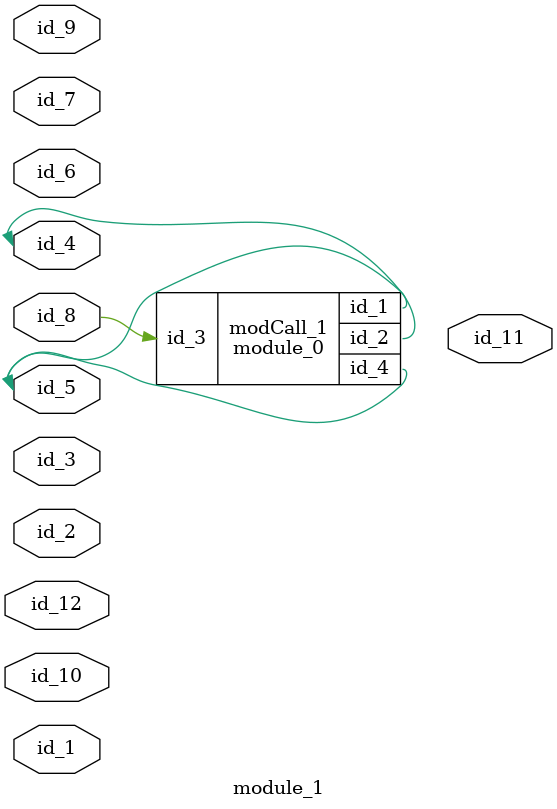
<source format=v>
module module_0 (
    id_1,
    id_2,
    id_3,
    id_4
);
  inout wire id_4;
  input wire id_3;
  output wire id_2;
  inout wire id_1;
endmodule
module module_1 (
    id_1,
    id_2,
    id_3,
    id_4,
    id_5,
    id_6,
    id_7,
    id_8,
    id_9,
    id_10,
    id_11,
    id_12
);
  inout wire id_12;
  output wire id_11;
  input wire id_10;
  input wire id_9;
  inout wire id_8;
  inout wire id_7;
  inout wire id_6;
  inout wire id_5;
  inout wire id_4;
  input wire id_3;
  inout wire id_2;
  inout wire id_1;
  module_0 modCall_1 (
      id_5,
      id_4,
      id_8,
      id_5
  );
endmodule

</source>
